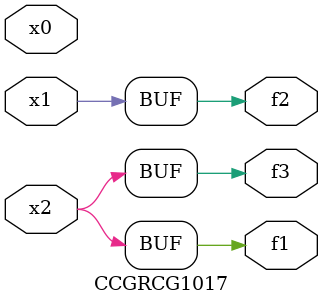
<source format=v>
module CCGRCG1017(
	input x0, x1, x2,
	output f1, f2, f3
);
	assign f1 = x2;
	assign f2 = x1;
	assign f3 = x2;
endmodule

</source>
